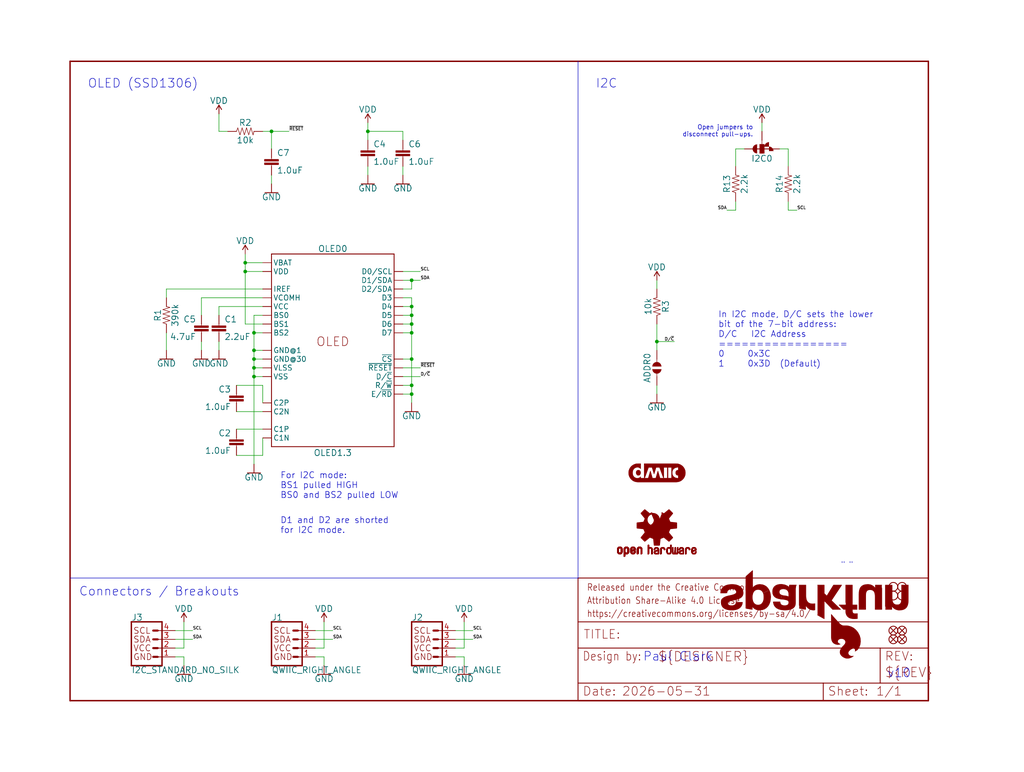
<source format=kicad_sch>
(kicad_sch (version 20250114) (generator "eeschema") (generator_version "9.0")
  (paper "User" 297.002 223.926)
  (lib_symbols
    (symbol "Qwiic_OLED_1.3in-eagle-import:1.0UF-0603-16V-10%-X7R"
      (property "Reference" "C" (at 1.524 2.921 0))
      (symbol "1.0UF-0603-16V-10%-X7R_1_0"
        (pin passive line (at 0 5.08 270) (length 2.54) (name "1") (number "1"))
        (pin passive line (at 0 -2.54 90) (length 2.54) (name "2") (number "2"))
      )
    )
    (symbol "Qwiic_OLED_1.3in-eagle-import:10KOHM-0603-1/10W-1%"
      (property "Reference" "R" (at 0 1.524 0))
      (symbol "10KOHM-0603-1/10W-1%_1_0"
        (pin passive line (at -5.08 0 0) (length 2.54) (name "1") (number "1"))
        (pin passive line (at 5.08 0 180) (length 2.54) (name "2") (number "2"))
      )
    )
    (symbol "Qwiic_OLED_1.3in-eagle-import:2.2KOHM-0603-1/10W-1%"
      (property "Reference" "R" (at 0 1.524 0))
      (symbol "2.2KOHM-0603-1/10W-1%_1_0"
        (pin passive line (at -5.08 0 0) (length 2.54) (name "1") (number "1"))
        (pin passive line (at 5.08 0 180) (length 2.54) (name "2") (number "2"))
      )
    )
    (symbol "Qwiic_OLED_1.3in-eagle-import:2.2UF-0603-10V-20%"
      (property "Reference" "C" (at 1.524 2.921 0))
      (symbol "2.2UF-0603-10V-20%_1_0"
        (pin passive line (at 0 5.08 270) (length 2.54) (name "1") (number "1"))
        (pin passive line (at 0 -2.54 90) (length 2.54) (name "2") (number "2"))
      )
    )
    (symbol "Qwiic_OLED_1.3in-eagle-import:390KOHM-0603-1/10W-1%"
      (property "Reference" "R" (at 0 1.524 0))
      (symbol "390KOHM-0603-1/10W-1%_1_0"
        (pin passive line (at -5.08 0 0) (length 2.54) (name "1") (number "1"))
        (pin passive line (at 5.08 0 180) (length 2.54) (name "2") (number "2"))
      )
    )
    (symbol "Qwiic_OLED_1.3in-eagle-import:4.7UF-0603-35V-(20%)"
      (property "Reference" "C" (at 1.524 2.921 0))
      (symbol "4.7UF-0603-35V-(20%)_1_0"
        (pin passive line (at 0 5.08 270) (length 2.54) (name "1") (number "1"))
        (pin passive line (at 0 -2.54 90) (length 2.54) (name "2") (number "2"))
      )
    )
    (symbol "Qwiic_OLED_1.3in-eagle-import:FIDUCIAL1X2")
    (symbol "Qwiic_OLED_1.3in-eagle-import:FRAME-LETTER"
      (symbol "FRAME-LETTER_2_0"
        (text "Design by:" (at 1.27 11.43 0) (effects (font (size 2.54 2.159)) (justify left bottom)))
        (text "Date:" (at 1.27 1.27 0) (effects (font (size 2.54 2.54)) (justify left bottom)))
        (text "TITLE:" (at 1.524 17.78 0) (effects (font (size 2.54 2.54)) (justify left bottom)))
        (text "Released under the Creative Commons" (at 2.54 31.75 0) (effects (font (size 1.9304 1.6408)) (justify left bottom)))
        (text "Attribution Share-Alike 4.0 License" (at 2.54 27.94 0) (effects (font (size 1.9304 1.6408)) (justify left bottom)))
        (text "https://creativecommons.org/licenses/by-sa/4.0/" (at 2.54 24.13 0) (effects (font (size 1.9304 1.6408)) (justify left bottom)))
        (text "${CURRENT_DATE}" (at 12.7 1.27 0) (effects (font (size 2.54 2.54)) (justify left bottom)))
        (text "${PROJECTNAME}" (at 15.494 17.78 0) (effects (font (size 2.7432 2.7432)) (justify left bottom)))
        (text "${DESIGNER}" (at 23.114 11.176 0) (effects (font (size 2.7432 2.7432)) (justify left bottom)))
        (text "Sheet:" (at 72.39 1.27 0) (effects (font (size 2.54 2.54)) (justify left bottom)))
        (text "${#}/${##}" (at 86.36 1.27 0) (effects (font (size 2.54 2.54)) (justify left bottom)))
        (text "REV:" (at 88.9 11.43 0) (effects (font (size 2.54 2.54)) (justify left bottom)))
        (text "${REV}" (at 88.9 6.604 0) (effects (font (size 2.7432 2.7432)) (justify left bottom)))
      )
    )
    (symbol "Qwiic_OLED_1.3in-eagle-import:GND" (power)
      (symbol "GND_1_0"
        (pin power_in line (at 0 2.54 270) (length 2.54) (name "GND") (number "1"))
      )
    )
    (symbol "Qwiic_OLED_1.3in-eagle-import:I2C_STANDARD_NO_SILK"
      (property "Reference" "J" (at -5.08 7.874 0))
      (symbol "I2C_STANDARD_NO_SILK_1_0"
        (text "SCL" (at -4.572 5.08 0) (effects (font (size 1.778 1.778)) (justify left)))
        (text "SDA" (at -4.572 2.54 0) (effects (font (size 1.778 1.778)) (justify left)))
        (text "VCC" (at -4.572 0 0) (effects (font (size 1.778 1.778)) (justify left)))
        (text "GND" (at -4.572 -2.54 0) (effects (font (size 1.778 1.778)) (justify left)))
        (pin passive line (at 7.62 5.08 180) (length 5.08) (name "SCL") (number "4"))
        (pin passive line (at 7.62 2.54 180) (length 5.08) (name "SDA") (number "3"))
        (pin power_in line (at 7.62 0 180) (length 5.08) (name "VCC") (number "2"))
        (pin power_in line (at 7.62 -2.54 180) (length 5.08) (name "GND") (number "1"))
      )
    )
    (symbol "Qwiic_OLED_1.3in-eagle-import:JUMPER-SMT_2_NO_SILK"
      (property "Reference" "JP" (at 0 2.794 0))
      (symbol "JUMPER-SMT_2_NO_SILK_1_0"
        (pin passive line (at -5.08 0 0) (length 2.54) (name "1") (number "1"))
        (pin passive line (at 5.08 0 180) (length 2.54) (name "2") (number "2"))
      )
    )
    (symbol "Qwiic_OLED_1.3in-eagle-import:JUMPER-SMT_3_2-NC_TRACE_SILK"
      (property "Reference" "JP" (at 6.096 1.524 0))
      (symbol "JUMPER-SMT_3_2-NC_TRACE_SILK_1_0"
        (pin passive line (at -5.08 0 0) (length 2.54) (name "2") (number "2"))
        (pin passive line (at 0 5.08 270) (length 2.54) (name "1") (number "1"))
        (pin passive line (at 0 -5.08 90) (length 2.54) (name "3") (number "3"))
      )
    )
    (symbol "Qwiic_OLED_1.3in-eagle-import:OLED1.3"
      (symbol "OLED1.3_1_0"
        (text "OLED" (at 0 0 0) (effects (font (size 2.54 2.54))))
        (pin bidirectional line (at -20.32 22.86 0) (length 2.54) (name "VBAT") (number "6"))
        (pin bidirectional line (at -20.32 20.32 0) (length 2.54) (name "VDD") (number "9"))
        (pin bidirectional line (at -20.32 15.24 0) (length 2.54) (name "IREF") (number "26"))
        (pin bidirectional line (at -20.32 12.7 0) (length 2.54) (name "VCOMH") (number "27"))
        (pin bidirectional line (at -20.32 10.16 0) (length 2.54) (name "VCC") (number "28"))
        (pin bidirectional line (at -20.32 7.62 0) (length 2.54) (name "BS0") (number "10"))
        (pin bidirectional line (at -20.32 5.08 0) (length 2.54) (name "BS1") (number "11"))
        (pin bidirectional line (at -20.32 2.54 0) (length 2.54) (name "BS2") (number "12"))
        (pin bidirectional line (at -20.32 -2.54 0) (length 2.54) (name "GND@1") (number "1"))
        (pin bidirectional line (at -20.32 -5.08 0) (length 2.54) (name "GND@30") (number "30"))
        (pin bidirectional line (at -20.32 -7.62 0) (length 2.54) (name "VLSS") (number "29"))
        (pin bidirectional line (at -20.32 -10.16 0) (length 2.54) (name "VSS") (number "8"))
        (pin bidirectional line (at -20.32 -17.78 0) (length 2.54) (name "C2P") (number "2"))
        (pin bidirectional line (at -20.32 -20.32 0) (length 2.54) (name "C2N") (number "3"))
        (pin bidirectional line (at -20.32 -25.4 0) (length 2.54) (name "C1P") (number "4"))
        (pin bidirectional line (at -20.32 -27.94 0) (length 2.54) (name "C1N") (number "5"))
        (pin bidirectional line (at 20.32 20.32 180) (length 2.54) (name "D0/SCL") (number "18"))
        (pin bidirectional line (at 20.32 17.78 180) (length 2.54) (name "D1/SDA") (number "19"))
        (pin bidirectional line (at 20.32 15.24 180) (length 2.54) (name "D2/SDA") (number "20"))
        (pin bidirectional line (at 20.32 12.7 180) (length 2.54) (name "D3") (number "21"))
        (pin bidirectional line (at 20.32 10.16 180) (length 2.54) (name "D4") (number "22"))
        (pin bidirectional line (at 20.32 7.62 180) (length 2.54) (name "D5") (number "23"))
        (pin bidirectional line (at 20.32 5.08 180) (length 2.54) (name "D6") (number "24"))
        (pin bidirectional line (at 20.32 2.54 180) (length 2.54) (name "D7") (number "25"))
        (pin bidirectional line (at 20.32 -5.08 180) (length 2.54) (name "~{CS}") (number "13"))
        (pin bidirectional line (at 20.32 -7.62 180) (length 2.54) (name "~{RESET}") (number "14"))
        (pin bidirectional line (at 20.32 -10.16 180) (length 2.54) (name "D/~{C}") (number "15"))
        (pin bidirectional line (at 20.32 -12.7 180) (length 2.54) (name "R/~{W}") (number "16"))
        (pin bidirectional line (at 20.32 -15.24 180) (length 2.54) (name "E/~{RD}") (number "17"))
      )
    )
    (symbol "Qwiic_OLED_1.3in-eagle-import:OSHW-LOGOS")
    (symbol "Qwiic_OLED_1.3in-eagle-import:QWIIC_CONNECTORJS-1MM"
      (property "Reference" "J" (at -5.08 7.874 0))
      (symbol "QWIIC_CONNECTORJS-1MM_1_0"
        (text "SCL" (at -4.572 5.08 0) (effects (font (size 1.778 1.778)) (justify left)))
        (text "SDA" (at -4.572 2.54 0) (effects (font (size 1.778 1.778)) (justify left)))
        (text "VCC" (at -4.572 0 0) (effects (font (size 1.778 1.778)) (justify left)))
        (text "GND" (at -4.572 -2.54 0) (effects (font (size 1.778 1.778)) (justify left)))
        (pin passive line (at 7.62 5.08 180) (length 5.08) (name "4") (number "4"))
        (pin passive line (at 7.62 2.54 180) (length 5.08) (name "3") (number "3"))
        (pin power_in line (at 7.62 0 180) (length 5.08) (name "2") (number "2"))
        (pin power_in line (at 7.62 -2.54 180) (length 5.08) (name "1") (number "1"))
      )
    )
    (symbol "Qwiic_OLED_1.3in-eagle-import:QWIIC_LOGO_6MM")
    (symbol "Qwiic_OLED_1.3in-eagle-import:SFE_LOGO_NAME_FLAME.1_INCH")
    (symbol "Qwiic_OLED_1.3in-eagle-import:STAND-OFF")
    (symbol "Qwiic_OLED_1.3in-eagle-import:VDD" (power)
      (symbol "VDD_1_0"
        (pin power_in line (at 0 0 90) (length 2.54) (name "VDD") (number "1"))
      )
    )
  )
  (text "Paul Clark" (at 186.436 192.024 0) (effects (font (size 2.54 2.54)) (justify left bottom)))
  (text "I2C" (at 172.72 22.86 0) (effects (font (size 2.54 2.54)) (justify left top)))
  (text "For I2C mode:\nBS1 pulled HIGH\nBS0 and BS2 pulled LOW" (at 81.28 144.78 0) (effects (font (size 1.778 1.778)) (justify left bottom)))
  (text "Connectors / Breakouts" (at 22.86 170.18 0) (effects (font (size 2.54 2.54)) (justify left top)))
  (text "OLED (SSD1306)" (at 25.4 22.86 0) (effects (font (size 2.54 2.54)) (justify left top)))
  (text "v10" (at 257.302 196.85 0) (effects (font (size 2.54 2.54)) (justify left bottom)))
  (text "Open jumpers to\ndisconnect pull-ups." (at 218.44 38.1 0) (effects (font (size 1.27 1.27)) (justify right)))
  (text "D1 and D2 are shorted\nfor I2C mode." (at 81.28 154.94 0) (effects (font (size 1.778 1.778)) (justify left bottom)))
  (text "\" \"" (at 243.84 165.1 0) (effects (font (size 1.778 1.5113)) (justify left bottom)))
  (text "In I2C mode, D/C sets the lower\nbit of the 7-bit address:\nD/C   I2C Address\n=================\n0     0x3C\n1     0x3D  (Default)" (at 208.28 106.68 0) (effects (font (size 1.778 1.778)) (justify left bottom)))
  (junction (at 78.74 38.1))
  (junction (at 73.66 106.68))
  (junction (at 119.38 91.44))
  (junction (at 119.38 96.52))
  (junction (at 71.12 76.2))
  (junction (at 106.68 38.1))
  (junction (at 73.66 109.22))
  (junction (at 119.38 111.76))
  (junction (at 73.66 96.52))
  (junction (at 73.66 101.6))
  (junction (at 119.38 88.9))
  (junction (at 71.12 78.74))
  (junction (at 73.66 104.14))
  (junction (at 119.38 93.98))
  (junction (at 119.38 114.3))
  (junction (at 119.38 81.28))
  (junction (at 190.5 99.06))
  (junction (at 119.38 104.14))
  (wire (pts (xy 76.2 132.08) (xy 76.2 127)) (stroke (width 0.1524)))
  (wire (pts (xy 53.34 190.5) (xy 53.34 193.04)) (stroke (width 0.1524)))
  (wire (pts (xy 116.84 104.14) (xy 119.38 104.14)) (stroke (width 0.1524)))
  (wire (pts (xy 78.74 38.1) (xy 83.82 38.1)) (stroke (width 0.1524)))
  (wire (pts (xy 116.84 86.36) (xy 119.38 86.36)) (stroke (width 0.1524)))
  (wire (pts (xy 93.98 190.5) (xy 93.98 193.04)) (stroke (width 0.1524)))
  (wire (pts (xy 76.2 93.98) (xy 71.12 93.98)) (stroke (width 0.1524)))
  (wire (pts (xy 106.68 50.8) (xy 106.68 48.26)) (stroke (width 0.1524)))
  (wire (pts (xy 71.12 76.2) (xy 71.12 73.66)) (stroke (width 0.1524)))
  (wire (pts (xy 116.84 96.52) (xy 119.38 96.52)) (stroke (width 0.1524)))
  (wire (pts (xy 76.2 88.9) (xy 63.5 88.9)) (stroke (width 0.1524)))
  (wire (pts (xy 228.6 58.42) (xy 228.6 60.96)) (stroke (width 0.1524)))
  (wire (pts (xy 48.26 83.82) (xy 48.26 86.36)) (stroke (width 0.1524)))
  (wire (pts (xy 68.58 132.08) (xy 76.2 132.08)) (stroke (width 0.1524)))
  (wire (pts (xy 116.84 50.8) (xy 116.84 48.26)) (stroke (width 0.1524)))
  (wire (pts (xy 116.84 88.9) (xy 119.38 88.9)) (stroke (width 0.1524)))
  (wire (pts (xy 134.62 190.5) (xy 134.62 193.04)) (stroke (width 0.1524)))
  (wire (pts (xy 190.5 99.06) (xy 190.5 101.6)) (stroke (width 0.1524)))
  (wire (pts (xy 58.42 101.6) (xy 58.42 99.06)) (stroke (width 0.1524)))
  (wire (pts (xy 50.8 182.88) (xy 55.88 182.88)) (stroke (width 0.1524)))
  (wire (pts (xy 228.6 48.26) (xy 228.6 43.18)) (stroke (width 0.1524)))
  (wire (pts (xy 76.2 109.22) (xy 73.66 109.22)) (stroke (width 0.1524)))
  (wire (pts (xy 116.84 111.76) (xy 119.38 111.76)) (stroke (width 0.1524)))
  (wire (pts (xy 63.5 101.6) (xy 63.5 99.06)) (stroke (width 0.1524)))
  (wire (pts (xy 76.2 38.1) (xy 78.74 38.1)) (stroke (width 0.1524)))
  (wire (pts (xy 76.2 119.38) (xy 68.58 119.38)) (stroke (width 0.1524)))
  (wire (pts (xy 71.12 76.2) (xy 71.12 78.74)) (stroke (width 0.1524)))
  (wire (pts (xy 213.36 48.26) (xy 213.36 43.18)) (stroke (width 0.1524)))
  (wire (pts (xy 132.08 187.96) (xy 134.62 187.96)) (stroke (width 0.1524)))
  (wire (pts (xy 190.5 81.28) (xy 190.5 83.82)) (stroke (width 0.1524)))
  (wire (pts (xy 73.66 104.14) (xy 73.66 106.68)) (stroke (width 0.1524)))
  (wire (pts (xy 119.38 91.44) (xy 119.38 93.98)) (stroke (width 0.1524)))
  (wire (pts (xy 76.2 106.68) (xy 73.66 106.68)) (stroke (width 0.1524)))
  (wire (pts (xy 213.36 43.18) (xy 215.9 43.18)) (stroke (width 0.1524)))
  (wire (pts (xy 91.44 190.5) (xy 93.98 190.5)) (stroke (width 0.1524)))
  (wire (pts (xy 76.2 104.14) (xy 73.66 104.14)) (stroke (width 0.1524)))
  (wire (pts (xy 73.66 109.22) (xy 73.66 134.62)) (stroke (width 0.1524)))
  (wire (pts (xy 106.68 35.56) (xy 106.68 38.1)) (stroke (width 0.1524)))
  (wire (pts (xy 220.98 35.56) (xy 220.98 38.1)) (stroke (width 0.1524)))
  (wire (pts (xy 106.68 38.1) (xy 106.68 40.64)) (stroke (width 0.1524)))
  (wire (pts (xy 76.2 86.36) (xy 58.42 86.36)) (stroke (width 0.1524)))
  (wire (pts (xy 76.2 111.76) (xy 76.2 116.84)) (stroke (width 0.1524)))
  (wire (pts (xy 50.8 185.42) (xy 55.88 185.42)) (stroke (width 0.1524)))
  (wire (pts (xy 50.8 190.5) (xy 53.34 190.5)) (stroke (width 0.1524)))
  (wire (pts (xy 116.84 114.3) (xy 119.38 114.3)) (stroke (width 0.1524)))
  (wire (pts (xy 73.66 106.68) (xy 73.66 109.22)) (stroke (width 0.1524)))
  (wire (pts (xy 50.8 187.96) (xy 53.34 187.96)) (stroke (width 0.1524)))
  (wire (pts (xy 210.82 60.96) (xy 213.36 60.96)) (stroke (width 0.1524)))
  (wire (pts (xy 63.5 33.02) (xy 63.5 38.1)) (stroke (width 0.1524)))
  (wire (pts (xy 119.38 88.9) (xy 119.38 91.44)) (stroke (width 0.1524)))
  (wire (pts (xy 73.66 91.44) (xy 73.66 96.52)) (stroke (width 0.1524)))
  (wire (pts (xy 119.38 96.52) (xy 119.38 104.14)) (stroke (width 0.1524)))
  (wire (pts (xy 228.6 43.18) (xy 226.06 43.18)) (stroke (width 0.1524)))
  (wire (pts (xy 116.84 91.44) (xy 119.38 91.44)) (stroke (width 0.1524)))
  (wire (pts (xy 48.26 101.6) (xy 48.26 96.52)) (stroke (width 0.1524)))
  (wire (pts (xy 63.5 38.1) (xy 66.04 38.1)) (stroke (width 0.1524)))
  (wire (pts (xy 63.5 88.9) (xy 63.5 91.44)) (stroke (width 0.1524)))
  (wire (pts (xy 76.2 83.82) (xy 48.26 83.82)) (stroke (width 0.1524)))
  (wire (pts (xy 91.44 185.42) (xy 96.52 185.42)) (stroke (width 0.1524)))
  (wire (pts (xy 190.5 93.98) (xy 190.5 99.06)) (stroke (width 0.1524)))
  (wire (pts (xy 78.74 38.1) (xy 78.74 43.18)) (stroke (width 0.1524)))
  (wire (pts (xy 76.2 101.6) (xy 73.66 101.6)) (stroke (width 0.1524)))
  (wire (pts (xy 119.38 114.3) (xy 119.38 116.84)) (stroke (width 0.1524)))
  (wire (pts (xy 76.2 76.2) (xy 71.12 76.2)) (stroke (width 0.1524)))
  (wire (pts (xy 116.84 78.74) (xy 121.92 78.74)) (stroke (width 0.1524)))
  (wire (pts (xy 76.2 124.46) (xy 68.58 124.46)) (stroke (width 0.1524)))
  (wire (pts (xy 71.12 78.74) (xy 76.2 78.74)) (stroke (width 0.1524)))
  (wire (pts (xy 73.66 96.52) (xy 76.2 96.52)) (stroke (width 0.1524)))
  (wire (pts (xy 116.84 106.68) (xy 121.92 106.68)) (stroke (width 0.1524)))
  (wire (pts (xy 76.2 91.44) (xy 73.66 91.44)) (stroke (width 0.1524)))
  (wire (pts (xy 132.08 182.88) (xy 137.16 182.88)) (stroke (width 0.1524)))
  (wire (pts (xy 116.84 109.22) (xy 121.92 109.22)) (stroke (width 0.1524)))
  (wire (pts (xy 73.66 101.6) (xy 73.66 96.52)) (stroke (width 0.1524)))
  (wire (pts (xy 132.08 190.5) (xy 134.62 190.5)) (stroke (width 0.1524)))
  (wire (pts (xy 73.66 101.6) (xy 73.66 104.14)) (stroke (width 0.1524)))
  (polyline (pts (xy 167.64 17.78) (xy 167.64 167.64)) (stroke (width 0.1524) (type solid)))
  (wire (pts (xy 119.38 81.28) (xy 121.92 81.28)) (stroke (width 0.1524)))
  (wire (pts (xy 119.38 83.82) (xy 119.38 81.28)) (stroke (width 0.1524)))
  (wire (pts (xy 58.42 86.36) (xy 58.42 91.44)) (stroke (width 0.1524)))
  (wire (pts (xy 195.58 99.06) (xy 190.5 99.06)) (stroke (width 0.1524)))
  (wire (pts (xy 119.38 93.98) (xy 119.38 96.52)) (stroke (width 0.1524)))
  (wire (pts (xy 71.12 78.74) (xy 71.12 93.98)) (stroke (width 0.1524)))
  (wire (pts (xy 91.44 182.88) (xy 96.52 182.88)) (stroke (width 0.1524)))
  (wire (pts (xy 78.74 53.34) (xy 78.74 50.8)) (stroke (width 0.1524)))
  (wire (pts (xy 116.84 81.28) (xy 119.38 81.28)) (stroke (width 0.1524)))
  (wire (pts (xy 190.5 114.3) (xy 190.5 111.76)) (stroke (width 0.1524)))
  (wire (pts (xy 119.38 104.14) (xy 119.38 111.76)) (stroke (width 0.1524)))
  (wire (pts (xy 213.36 58.42) (xy 213.36 60.96)) (stroke (width 0.1524)))
  (wire (pts (xy 228.6 60.96) (xy 231.14 60.96)) (stroke (width 0.1524)))
  (wire (pts (xy 93.98 187.96) (xy 93.98 180.34)) (stroke (width 0.1524)))
  (wire (pts (xy 134.62 187.96) (xy 134.62 180.34)) (stroke (width 0.1524)))
  (wire (pts (xy 91.44 187.96) (xy 93.98 187.96)) (stroke (width 0.1524)))
  (wire (pts (xy 119.38 86.36) (xy 119.38 88.9)) (stroke (width 0.1524)))
  (wire (pts (xy 119.38 111.76) (xy 119.38 114.3)) (stroke (width 0.1524)))
  (wire (pts (xy 116.84 38.1) (xy 106.68 38.1)) (stroke (width 0.1524)))
  (wire (pts (xy 116.84 93.98) (xy 119.38 93.98)) (stroke (width 0.1524)))
  (wire (pts (xy 53.34 187.96) (xy 53.34 180.34)) (stroke (width 0.1524)))
  (wire (pts (xy 116.84 83.82) (xy 119.38 83.82)) (stroke (width 0.1524)))
  (polyline (pts (xy 167.64 167.64) (xy 20.32 167.64)) (stroke (width 0.1524) (type solid)))
  (wire (pts (xy 132.08 185.42) (xy 137.16 185.42)) (stroke (width 0.1524)))
  (wire (pts (xy 116.84 40.64) (xy 116.84 38.1)) (stroke (width 0.1524)))
  (wire (pts (xy 68.58 111.76) (xy 76.2 111.76)) (stroke (width 0.1524)))
  (label "SCL" (at 231.14 60.96 0) (effects (font (size 0.889 0.889))))
  (label "~{RESET}" (at 83.82 38.1 0) (effects (font (size 0.889 0.889))))
  (label "SCL" (at 137.16 182.88 0) (effects (font (size 0.889 0.889))))
  (label "SDA" (at 121.92 81.28 0) (effects (font (size 0.889 0.889))))
  (label "SDA" (at 96.52 185.42 0) (effects (font (size 0.889 0.889))))
  (label "D/~{C}" (at 195.58 99.06 180) (effects (font (size 0.889 0.889))))
  (label "SCL" (at 121.92 78.74 0) (effects (font (size 0.889 0.889))))
  (label "D/~{C}" (at 121.92 109.22 0) (effects (font (size 0.889 0.889))))
  (label "SDA" (at 210.82 60.96 180) (effects (font (size 0.889 0.889))))
  (label "SCL" (at 96.52 182.88 0) (effects (font (size 0.889 0.889))))
  (label "SDA" (at 55.88 185.42 0) (effects (font (size 0.889 0.889))))
  (label "SCL" (at 55.88 182.88 0) (effects (font (size 0.889 0.889))))
  (label "~{RESET}" (at 121.92 106.68 0) (effects (font (size 0.889 0.889))))
  (label "SDA" (at 137.16 185.42 0) (effects (font (size 0.889 0.889))))
  (symbol (lib_id "Qwiic_OLED_1.3in-eagle-import:390KOHM-0603-1/10W-1%") (at 48.26 91.44 90) (unit 1)
    (property "Reference" "R1" (at 46.736 91.44 0) (effects (font (size 1.778 1.778)) (justify bottom)))
    (property "Value" "390k" (at 49.784 91.44 0) (effects (font (size 1.778 1.778)) (justify top)))
    (property "Footprint" "Qwiic_OLED_1.3in:0603" (effects (hide yes)))
  )
  (symbol (lib_id "Qwiic_OLED_1.3in-eagle-import:1.0UF-0603-16V-10%-X7R") (at 68.58 116.84 0) (mirror y) (unit 1)
    (property "Reference" "C3" (at 67.056 113.919 0) (effects (font (size 1.778 1.778)) (justify left bottom)))
    (property "Value" "1.0uF" (at 67.056 118.999 0) (effects (font (size 1.778 1.778)) (justify left bottom)))
    (property "Footprint" "Qwiic_OLED_1.3in:0603" (effects (hide yes)))
  )
  (symbol (lib_id "Qwiic_OLED_1.3in-eagle-import:1.0UF-0603-16V-10%-X7R") (at 68.58 129.54 0) (mirror y) (unit 1)
    (property "Reference" "C2" (at 67.056 126.619 0) (effects (font (size 1.778 1.778)) (justify left bottom)))
    (property "Value" "1.0uF" (at 67.056 131.699 0) (effects (font (size 1.778 1.778)) (justify left bottom)))
    (property "Footprint" "Qwiic_OLED_1.3in:0603" (effects (hide yes)))
  )
  (symbol (lib_id "Qwiic_OLED_1.3in-eagle-import:FIDUCIAL1X2") (at 259.08 185.42 0) (unit 1)
    (property "Reference" "FID2" (effects (hide yes)))
    (property "Value" "FIDUCIAL1X2" (effects (hide yes)))
    (property "Footprint" "Qwiic_OLED_1.3in:FIDUCIAL-1X2" (effects (hide yes)))
  )
  (symbol (lib_id "Qwiic_OLED_1.3in-eagle-import:4.7UF-0603-35V-(20%)") (at 58.42 96.52 0) (mirror y) (unit 1)
    (property "Reference" "C5" (at 56.896 93.599 0) (effects (font (size 1.778 1.778)) (justify left bottom)))
    (property "Value" "4.7uF" (at 56.896 98.679 0) (effects (font (size 1.778 1.778)) (justify left bottom)))
    (property "Footprint" "Qwiic_OLED_1.3in:0603" (effects (hide yes)))
  )
  (symbol (lib_id "Qwiic_OLED_1.3in-eagle-import:FRAME-LETTER") (at 20.32 203.2 0) (unit 1)
    (property "Reference" "FRAME1" (effects (hide yes)))
    (property "Value" "FRAME-LETTER" (effects (hide yes)))
    (property "Footprint" "Qwiic_OLED_1.3in:CREATIVE_COMMONS" (effects (hide yes)))
  )
  (symbol (lib_id "Qwiic_OLED_1.3in-eagle-import:QWIIC_CONNECTORJS-1MM") (at 124.46 187.96 0) (unit 1)
    (property "Reference" "J2" (at 119.38 180.086 0) (effects (font (size 1.778 1.778)) (justify left bottom)))
    (property "Value" "QWIIC_RIGHT_ANGLE" (at 119.38 193.294 0) (effects (font (size 1.778 1.778)) (justify left top)))
    (property "Footprint" "Qwiic_OLED_1.3in:JST04_1MM_RA" (effects (hide yes)))
  )
  (symbol (lib_id "Qwiic_OLED_1.3in-eagle-import:FRAME-LETTER") (at 167.64 203.2 0) (unit 2)
    (property "Reference" "FRAME1" (effects (hide yes)))
    (property "Value" "FRAME-LETTER" (effects (hide yes)))
    (property "Footprint" "Qwiic_OLED_1.3in:CREATIVE_COMMONS" (effects (hide yes)))
  )
  (symbol (lib_id "Qwiic_OLED_1.3in-eagle-import:STAND-OFF") (at 261.62 172.72 0) (unit 1)
    (property "Reference" "H4" (effects (hide yes)))
    (property "Value" "STAND-OFF" (effects (hide yes)))
    (property "Footprint" "Qwiic_OLED_1.3in:STAND-OFF" (effects (hide yes)))
  )
  (symbol (lib_id "Qwiic_OLED_1.3in-eagle-import:VDD") (at 71.12 73.66 0) (unit 1)
    (property "Reference" "#SUPPLY1" (effects (hide yes)))
    (property "Value" "VDD" (at 71.12 70.866 0) (effects (font (size 1.778 1.778)) (justify bottom)))
  )
  (symbol (lib_id "Qwiic_OLED_1.3in-eagle-import:FIDUCIAL1X2") (at 261.62 185.42 0) (unit 1)
    (property "Reference" "FID4" (effects (hide yes)))
    (property "Value" "FIDUCIAL1X2" (effects (hide yes)))
    (property "Footprint" "Qwiic_OLED_1.3in:FIDUCIAL-1X2" (effects (hide yes)))
  )
  (symbol (lib_id "Qwiic_OLED_1.3in-eagle-import:1.0UF-0603-16V-10%-X7R") (at 106.68 45.72 0) (unit 1)
    (property "Reference" "C4" (at 108.204 42.799 0) (effects (font (size 1.778 1.778)) (justify left bottom)))
    (property "Value" "1.0uF" (at 108.204 47.879 0) (effects (font (size 1.778 1.778)) (justify left bottom)))
    (property "Footprint" "Qwiic_OLED_1.3in:0603" (effects (hide yes)))
  )
  (symbol (lib_id "Qwiic_OLED_1.3in-eagle-import:STAND-OFF") (at 259.08 172.72 0) (unit 1)
    (property "Reference" "H3" (effects (hide yes)))
    (property "Value" "STAND-OFF" (effects (hide yes)))
    (property "Footprint" "Qwiic_OLED_1.3in:STAND-OFF" (effects (hide yes)))
  )
  (symbol (lib_id "Qwiic_OLED_1.3in-eagle-import:GND") (at 78.74 55.88 0) (unit 1)
    (property "Reference" "#GND7" (effects (hide yes)))
    (property "Value" "GND" (at 78.74 56.134 0) (effects (font (size 1.778 1.778)) (justify top)))
  )
  (symbol (lib_id "Qwiic_OLED_1.3in-eagle-import:1.0UF-0603-16V-10%-X7R") (at 116.84 45.72 0) (unit 1)
    (property "Reference" "C6" (at 118.364 42.799 0) (effects (font (size 1.778 1.778)) (justify left bottom)))
    (property "Value" "1.0uF" (at 118.364 47.879 0) (effects (font (size 1.778 1.778)) (justify left bottom)))
    (property "Footprint" "Qwiic_OLED_1.3in:0603" (effects (hide yes)))
  )
  (symbol (lib_id "Qwiic_OLED_1.3in-eagle-import:JUMPER-SMT_2_NO_SILK") (at 190.5 106.68 90) (unit 1)
    (property "Reference" "ADDR0" (at 187.706 106.68 0) (effects (font (size 1.778 1.778))))
    (property "Value" "JUMPER-SMT_2_NO_SILK" (effects (hide yes)))
    (property "Footprint" "Qwiic_OLED_1.3in:SMT-JUMPER_2_NO_SILK" (effects (hide yes)))
  )
  (symbol (lib_id "Qwiic_OLED_1.3in-eagle-import:VDD") (at 190.5 81.28 0) (mirror y) (unit 1)
    (property "Reference" "#SUPPLY8" (effects (hide yes)))
    (property "Value" "VDD" (at 190.5 78.486 0) (effects (font (size 1.778 1.778)) (justify bottom)))
  )
  (symbol (lib_id "Qwiic_OLED_1.3in-eagle-import:GND") (at 73.66 137.16 0) (unit 1)
    (property "Reference" "#GND1" (effects (hide yes)))
    (property "Value" "GND" (at 73.66 137.414 0) (effects (font (size 1.778 1.778)) (justify top)))
  )
  (symbol (lib_id "Qwiic_OLED_1.3in-eagle-import:VDD") (at 134.62 180.34 0) (unit 1)
    (property "Reference" "#SUPPLY6" (effects (hide yes)))
    (property "Value" "VDD" (at 134.62 177.546 0) (effects (font (size 1.778 1.778)) (justify bottom)))
  )
  (symbol (lib_id "Qwiic_OLED_1.3in-eagle-import:QWIIC_LOGO_6MM") (at 190.5 137.16 0) (unit 1)
    (property "Reference" "LOGO1" (effects (hide yes)))
    (property "Value" "QWIIC_LOGO_6MM" (effects (hide yes)))
    (property "Footprint" "Qwiic_OLED_1.3in:QWIIC_6MM" (effects (hide yes)))
  )
  (symbol (lib_id "Qwiic_OLED_1.3in-eagle-import:10KOHM-0603-1/10W-1%") (at 71.12 38.1 0) (unit 1)
    (property "Reference" "R2" (at 71.12 36.576 0) (effects (font (size 1.778 1.778)) (justify bottom)))
    (property "Value" "10k" (at 71.12 39.624 0) (effects (font (size 1.778 1.778)) (justify top)))
    (property "Footprint" "Qwiic_OLED_1.3in:0603" (effects (hide yes)))
  )
  (symbol (lib_id "Qwiic_OLED_1.3in-eagle-import:SFE_LOGO_NAME_FLAME.1_INCH") (at 208.28 165.1 0) (unit 1)
    (property "Reference" "LOGO4" (effects (hide yes)))
    (property "Value" "SFE_LOGO_NAME_FLAME.1_INCH" (effects (hide yes)))
    (property "Footprint" "Qwiic_OLED_1.3in:SFE_LOGO_NAME_FLAME_.1" (effects (hide yes)))
  )
  (symbol (lib_id "Qwiic_OLED_1.3in-eagle-import:GND") (at 53.34 195.58 0) (unit 1)
    (property "Reference" "#GND13" (effects (hide yes)))
    (property "Value" "GND" (at 53.34 195.834 0) (effects (font (size 1.778 1.778)) (justify top)))
  )
  (symbol (lib_id "Qwiic_OLED_1.3in-eagle-import:JUMPER-SMT_3_2-NC_TRACE_SILK") (at 220.98 43.18 270) (unit 1)
    (property "Reference" "I2C0" (at 220.98 45.974 90) (effects (font (size 1.778 1.778))))
    (property "Value" "JUMPER-SMT_3_2-NC_TRACE_SILK" (effects (hide yes)))
    (property "Footprint" "Qwiic_OLED_1.3in:SMT-JUMPER_3_2-NC_TRACE_SILK" (effects (hide yes)))
  )
  (symbol (lib_id "Qwiic_OLED_1.3in-eagle-import:GND") (at 134.62 195.58 0) (unit 1)
    (property "Reference" "#GND12" (effects (hide yes)))
    (property "Value" "GND" (at 134.62 195.834 0) (effects (font (size 1.778 1.778)) (justify top)))
  )
  (symbol (lib_id "Qwiic_OLED_1.3in-eagle-import:VDD") (at 63.5 33.02 0) (unit 1)
    (property "Reference" "#SUPPLY4" (effects (hide yes)))
    (property "Value" "VDD" (at 63.5 30.226 0) (effects (font (size 1.778 1.778)) (justify bottom)))
  )
  (symbol (lib_id "Qwiic_OLED_1.3in-eagle-import:STAND-OFF") (at 259.08 170.18 0) (unit 1)
    (property "Reference" "H1" (effects (hide yes)))
    (property "Value" "STAND-OFF" (effects (hide yes)))
    (property "Footprint" "Qwiic_OLED_1.3in:STAND-OFF" (effects (hide yes)))
  )
  (symbol (lib_id "Qwiic_OLED_1.3in-eagle-import:FIDUCIAL1X2") (at 259.08 182.88 0) (unit 1)
    (property "Reference" "FID1" (effects (hide yes)))
    (property "Value" "FIDUCIAL1X2" (effects (hide yes)))
    (property "Footprint" "Qwiic_OLED_1.3in:FIDUCIAL-1X2" (effects (hide yes)))
  )
  (symbol (lib_id "Qwiic_OLED_1.3in-eagle-import:VDD") (at 53.34 180.34 0) (unit 1)
    (property "Reference" "#SUPPLY7" (effects (hide yes)))
    (property "Value" "VDD" (at 53.34 177.546 0) (effects (font (size 1.778 1.778)) (justify bottom)))
  )
  (symbol (lib_id "Qwiic_OLED_1.3in-eagle-import:OSHW-LOGOS") (at 190.5 152.4 0) (unit 1)
    (property "Reference" "LOGO3" (effects (hide yes)))
    (property "Value" "OSHW-LOGOS" (effects (hide yes)))
    (property "Footprint" "Qwiic_OLED_1.3in:OSHW-LOGO-S" (effects (hide yes)))
  )
  (symbol (lib_id "Qwiic_OLED_1.3in-eagle-import:QWIIC_CONNECTORJS-1MM") (at 83.82 187.96 0) (unit 1)
    (property "Reference" "J1" (at 78.74 180.086 0) (effects (font (size 1.778 1.778)) (justify left bottom)))
    (property "Value" "QWIIC_RIGHT_ANGLE" (at 78.74 193.294 0) (effects (font (size 1.778 1.778)) (justify left top)))
    (property "Footprint" "Qwiic_OLED_1.3in:JST04_1MM_RA" (effects (hide yes)))
  )
  (symbol (lib_id "Qwiic_OLED_1.3in-eagle-import:GND") (at 93.98 195.58 0) (unit 1)
    (property "Reference" "#GND10" (effects (hide yes)))
    (property "Value" "GND" (at 93.98 195.834 0) (effects (font (size 1.778 1.778)) (justify top)))
  )
  (symbol (lib_id "Qwiic_OLED_1.3in-eagle-import:I2C_STANDARD_NO_SILK") (at 43.18 187.96 0) (unit 1)
    (property "Reference" "J3" (at 38.1 180.086 0) (effects (font (size 1.778 1.778)) (justify left bottom)))
    (property "Value" "I2C_STANDARD_NO_SILK" (at 38.1 193.294 0) (effects (font (size 1.778 1.778)) (justify left top)))
    (property "Footprint" "Qwiic_OLED_1.3in:1X04_NO_SILK" (effects (hide yes)))
  )
  (symbol (lib_id "Qwiic_OLED_1.3in-eagle-import:2.2UF-0603-10V-20%") (at 63.5 96.52 0) (unit 1)
    (property "Reference" "C1" (at 65.024 93.599 0) (effects (font (size 1.778 1.778)) (justify left bottom)))
    (property "Value" "2.2uF" (at 65.024 98.679 0) (effects (font (size 1.778 1.778)) (justify left bottom)))
    (property "Footprint" "Qwiic_OLED_1.3in:0603" (effects (hide yes)))
  )
  (symbol (lib_id "Qwiic_OLED_1.3in-eagle-import:FIDUCIAL1X2") (at 261.62 182.88 0) (unit 1)
    (property "Reference" "FID3" (effects (hide yes)))
    (property "Value" "FIDUCIAL1X2" (effects (hide yes)))
    (property "Footprint" "Qwiic_OLED_1.3in:FIDUCIAL-1X2" (effects (hide yes)))
  )
  (symbol (lib_id "Qwiic_OLED_1.3in-eagle-import:10KOHM-0603-1/10W-1%") (at 190.5 88.9 270) (mirror x) (unit 1)
    (property "Reference" "R3" (at 192.024 88.9 0) (effects (font (size 1.778 1.778)) (justify bottom)))
    (property "Value" "10k" (at 188.976 88.9 0) (effects (font (size 1.778 1.778)) (justify top)))
    (property "Footprint" "Qwiic_OLED_1.3in:0603" (effects (hide yes)))
  )
  (symbol (lib_id "Qwiic_OLED_1.3in-eagle-import:GND") (at 116.84 53.34 0) (unit 1)
    (property "Reference" "#GND6" (effects (hide yes)))
    (property "Value" "GND" (at 116.84 53.594 0) (effects (font (size 1.778 1.778)) (justify top)))
  )
  (symbol (lib_id "Qwiic_OLED_1.3in-eagle-import:GND") (at 190.5 116.84 0) (mirror y) (unit 1)
    (property "Reference" "#GND22" (effects (hide yes)))
    (property "Value" "GND" (at 190.5 117.094 0) (effects (font (size 1.778 1.778)) (justify top)))
  )
  (symbol (lib_id "Qwiic_OLED_1.3in-eagle-import:GND") (at 58.42 104.14 0) (unit 1)
    (property "Reference" "#GND3" (effects (hide yes)))
    (property "Value" "GND" (at 58.42 104.394 0) (effects (font (size 1.778 1.778)) (justify top)))
  )
  (symbol (lib_id "Qwiic_OLED_1.3in-eagle-import:2.2KOHM-0603-1/10W-1%") (at 228.6 53.34 90) (unit 1)
    (property "Reference" "R14" (at 227.076 53.34 0) (effects (font (size 1.778 1.778)) (justify bottom)))
    (property "Value" "2.2k" (at 230.124 53.34 0) (effects (font (size 1.778 1.778)) (justify top)))
    (property "Footprint" "Qwiic_OLED_1.3in:0603" (effects (hide yes)))
  )
  (symbol (lib_id "Qwiic_OLED_1.3in-eagle-import:VDD") (at 220.98 35.56 0) (unit 1)
    (property "Reference" "#SUPPLY2" (effects (hide yes)))
    (property "Value" "VDD" (at 220.98 32.766 0) (effects (font (size 1.778 1.778)) (justify bottom)))
  )
  (symbol (lib_id "Qwiic_OLED_1.3in-eagle-import:GND") (at 119.38 119.38 0) (unit 1)
    (property "Reference" "#GND8" (effects (hide yes)))
    (property "Value" "GND" (at 119.38 119.634 0) (effects (font (size 1.778 1.778)) (justify top)))
  )
  (symbol (lib_id "Qwiic_OLED_1.3in-eagle-import:GND") (at 106.68 53.34 0) (unit 1)
    (property "Reference" "#GND5" (effects (hide yes)))
    (property "Value" "GND" (at 106.68 53.594 0) (effects (font (size 1.778 1.778)) (justify top)))
  )
  (symbol (lib_id "Qwiic_OLED_1.3in-eagle-import:1.0UF-0603-16V-10%-X7R") (at 78.74 48.26 0) (unit 1)
    (property "Reference" "C7" (at 80.264 45.339 0) (effects (font (size 1.778 1.778)) (justify left bottom)))
    (property "Value" "1.0uF" (at 80.264 50.419 0) (effects (font (size 1.778 1.778)) (justify left bottom)))
    (property "Footprint" "Qwiic_OLED_1.3in:0603" (effects (hide yes)))
  )
  (symbol (lib_id "Qwiic_OLED_1.3in-eagle-import:GND") (at 63.5 104.14 0) (unit 1)
    (property "Reference" "#GND2" (effects (hide yes)))
    (property "Value" "GND" (at 63.5 104.394 0) (effects (font (size 1.778 1.778)) (justify top)))
  )
  (symbol (lib_id "Qwiic_OLED_1.3in-eagle-import:2.2KOHM-0603-1/10W-1%") (at 213.36 53.34 90) (unit 1)
    (property "Reference" "R13" (at 211.836 53.34 0) (effects (font (size 1.778 1.778)) (justify bottom)))
    (property "Value" "2.2k" (at 214.884 53.34 0) (effects (font (size 1.778 1.778)) (justify top)))
    (property "Footprint" "Qwiic_OLED_1.3in:0603" (effects (hide yes)))
  )
  (symbol (lib_id "Qwiic_OLED_1.3in-eagle-import:VDD") (at 93.98 180.34 0) (unit 1)
    (property "Reference" "#SUPPLY5" (effects (hide yes)))
    (property "Value" "VDD" (at 93.98 177.546 0) (effects (font (size 1.778 1.778)) (justify bottom)))
  )
  (symbol (lib_id "Qwiic_OLED_1.3in-eagle-import:STAND-OFF") (at 261.62 170.18 0) (unit 1)
    (property "Reference" "H2" (effects (hide yes)))
    (property "Value" "STAND-OFF" (effects (hide yes)))
    (property "Footprint" "Qwiic_OLED_1.3in:STAND-OFF" (effects (hide yes)))
  )
  (symbol (lib_id "Qwiic_OLED_1.3in-eagle-import:VDD") (at 106.68 35.56 0) (unit 1)
    (property "Reference" "#SUPPLY3" (effects (hide yes)))
    (property "Value" "VDD" (at 106.68 32.766 0) (effects (font (size 1.778 1.778)) (justify bottom)))
  )
  (symbol (lib_id "Qwiic_OLED_1.3in-eagle-import:GND") (at 48.26 104.14 0) (unit 1)
    (property "Reference" "#GND4" (effects (hide yes)))
    (property "Value" "GND" (at 48.26 104.394 0) (effects (font (size 1.778 1.778)) (justify top)))
  )
  (symbol (lib_id "Qwiic_OLED_1.3in-eagle-import:OLED1.3") (at 96.52 99.06 0) (unit 1)
    (property "Reference" "OLED0" (at 96.52 73.152 0) (effects (font (size 1.778 1.778)) (justify bottom)))
    (property "Value" "OLED1.3" (at 96.52 130.302 0) (effects (font (size 1.778 1.778)) (justify top)))
    (property "Footprint" "Qwiic_OLED_1.3in:OLED-1.3-128X64" (effects (hide yes)))
  )
)
</source>
